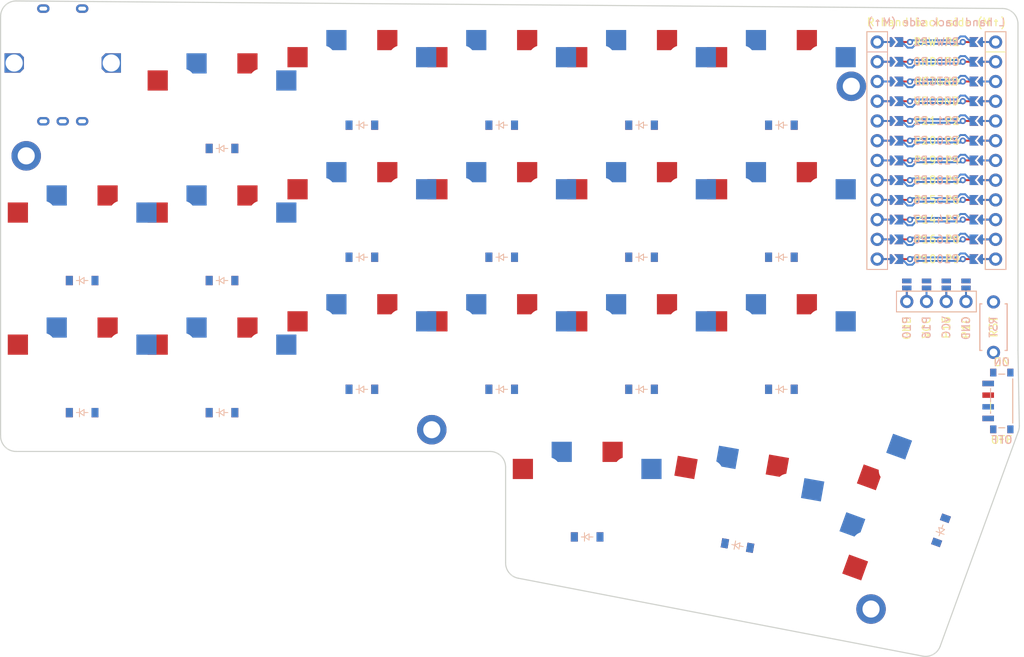
<source format=kicad_pcb>
(kicad_pcb (version 20241229) (generator "pcbnew") (generator_version "9.0")
  (title_block (title "left") (rev "v1.0.0") (company "Unknown"))
  (layers (0 "F.Cu" signal) (2 "B.Cu" signal) (13 "F.Paste" user) (15 "B.Paste" user) (5 "F.SilkS" user) (7 "B.SilkS" user) (1 "F.Mask" user) (3 "B.Mask" user) (25 "Edge.Cuts" user))
  (net 0 "")
  (net 1 "P0")
  (net 2 "outer_bottom")
  (net 3 "outer_home")
  (net 4 "P1")
  (net 5 "pinky_bottom")
  (net 6 "pinky_home")
  (net 7 "pinky_top")
  (net 8 "P2")
  (net 9 "ring_bottom")
  (net 10 "ring_home")
  (net 11 "ring_top")
  (net 12 "P3")
  (net 13 "middle_bottom")
  (net 14 "middle_home")
  (net 15 "middle_top")
  (net 16 "P4")
  (net 17 "index_bottom")
  (net 18 "index_home")
  (net 19 "index_top")
  (net 20 "P5")
  (net 21 "inner_bottom")
  (net 22 "inner_home")
  (net 23 "inner_top")
  (net 24 "inner_extra")
  (net 25 "middle_extra")
  (net 26 "outer_extra")
  (net 27 "P6")
  (net 28 "P7")
  (net 29 "P8")
  (net 30 "P9")
  (net 31 "RAW")
  (net 32 "GND")
  (net 33 "RST")
  (net 34 "VCC")
  (net 35 "P21")
  (net 36 "P20")
  (net 37 "P19")
  (net 38 "P18")
  (net 39 "P15")
  (net 40 "P14")
  (net 41 "P16")
  (net 42 "P10")
  (net 43 "MCU1_24")
  (net 44 "MCU1_1")
  (net 45 "MCU1_23")
  (net 46 "MCU1_2")
  (net 47 "MCU1_22")
  (net 48 "MCU1_3")
  (net 49 "MCU1_21")
  (net 50 "MCU1_4")
  (net 51 "MCU1_20")
  (net 52 "MCU1_5")
  (net 53 "MCU1_19")
  (net 54 "MCU1_6")
  (net 55 "MCU1_18")
  (net 56 "MCU1_7")
  (net 57 "MCU1_17")
  (net 58 "MCU1_8")
  (net 59 "MCU1_16")
  (net 60 "MCU1_9")
  (net 61 "MCU1_15")
  (net 62 "MCU1_10")
  (net 63 "MCU1_14")
  (net 64 "MCU1_11")
  (net 65 "MCU1_13")
  (net 66 "MCU1_12")
  (net 67 "DISP1_1")
  (net 68 "DISP1_2")
  (net 69 "DISP1_3")
  (net 70 "DISP1_4")
  (net 71 "BAT+")
  (footprint "ceoloide:display_ssd1306" (layer "F.Cu") (at 159.95 124)
    (property "Reference" "DISP1" (hide yes))
    (property "Value" "")
  )
  (footprint "PG1350" (layer "F.Cu") (at 86 147)
    (property "Reference" "S6" (hide yes))
    (property "Value" "" (hide yes))
  )
  (footprint "ceoloide:diode_tht_sod123" (layer "F.Cu") (at 86 118)
    (property "Reference" "D8" (hide yes))
    (property "Value" "")
  )
  (footprint "PG1350" (layer "F.Cu") (at 104 130)
    (property "Reference" "S10" (hide yes))
    (property "Value" "" (hide yes))
  )
  (footprint "ceoloide:diode_tht_sod123" (layer "F.Cu") (at 140 152)
    (property "Reference" "D15" (hide yes))
    (property "Value" "")
  )
  (footprint "ceoloide:diode_tht_sod123" (layer "F.Cu") (at 50 155)
    (property "Reference" "D1" (hide yes))
    (property "Value" "")
  )
  (footprint "PG1350" (layer "F.Cu") (at 68 116)
    (property "Reference" "S5" (hide yes))
    (property "Value" "" (hide yes))
  )
  (footprint "PG1350" (layer "F.Cu") (at 140 113)
    (property "Reference" "S17" (hide yes))
    (property "Value" "" (hide yes))
  )
  (footprint "ceoloide:mounting_hole_plated" (layer "F.Cu") (at 95 157.2)
    (property "Reference" "H2" (hide yes))
    (property "Value" "")
  )
  (footprint "ceoloide:diode_tht_sod123" (layer "F.Cu") (at 86 152)
    (property "Reference" "D6" (hide yes))
    (property "Value" "")
  )
  (footprint "ceoloide:diode_tht_sod123" (layer "F.Cu") (at 122 152)
    (property "Reference" "D12" (hide yes))
    (property "Value" "")
  )
  (footprint "PG1350" (layer "F.Cu") (at 140 130)
    (property "Reference" "S16" (hide yes))
    (property "Value" "" (hide yes))
  )
  (footprint "PG1350" (layer "F.Cu") (at 140 147)
    (property "Reference" "S15" (hide yes))
    (property "Value" "" (hide yes))
  )
  (footprint "PG1350" (layer "F.Cu") (at 104 147)
    (property "Reference" "S9" (hide yes))
    (property "Value" "" (hide yes))
  )
  (footprint "ceoloide:power_switch_smd_side" (layer "F.Cu") (at 168.35 153.5)
    (property "Reference" "PWR1" (hide yes))
    (property "Value" "")
  )
  (footprint "ceoloide:diode_tht_sod123" (layer "F.Cu") (at 104 118)
    (property "Reference" "D11" (hide yes))
    (property "Value" "")
  )
  (footprint "ceoloide:diode_tht_sod123" (layer "F.Cu") (at 68 155)
    (property "Reference" "D3" (hide yes))
    (property "Value" "")
  )
  (footprint "ceoloide:diode_tht_sod123" (layer "F.Cu") (at 104 152)
    (property "Reference" "D9" (hide yes))
    (property "Value" "")
  )
  (footprint "ceoloide:diode_tht_sod123" (layer "F.Cu") (at 86 135)
    (property "Reference" "D7" (hide yes))
    (property "Value" "")
  )
  (footprint "ceoloide:diode_tht_sod123" (layer "F.Cu") (at 160.545618 170.151728 70)
    (property "Reference" "D20" (hide yes))
    (property "Value" "")
  )
  (footprint "PG1350" (layer "F.Cu") (at 115 166)
    (property "Reference" "S18" (hide yes))
    (property "Value" "" (hide yes))
  )
  (footprint "PG1350" (layer "F.Cu") (at 155.847154 168.441627 70)
    (property "Reference" "S20" (hide yes))
    (property "Value" "" (hide yes))
  )
  (footprint "PG1350" (layer "F.Cu") (at 50 150)
    (property "Reference" "S1" (hide yes))
    (property "Value" "" (hide yes))
  )
  (footprint "PG1350" (layer "F.Cu") (at 122 147)
    (property "Reference" "S12" (hide yes))
    (property "Value" "" (hide yes))
  )
  (footprint "ceoloide:reset_switch_tht_top" (layer "F.Cu") (at 167.3 144 -90)
    (property "Reference" "RST1" (hide yes))
    (property "Value" "")
  )
  (footprint "ceoloide:mounting_hole_plated" (layer "F.Cu") (at 151.537701 180.281754 70)
    (property "Reference" "H4" (hide yes))
    (property "Value" "")
  )
  (footprint "ceoloide:mcu_nice_nano" (layer "F.Cu") (at 159.95 120)
    (property "Reference" "MCU1" (hide yes))
    (property "Value" "")
  )
  (footprint "ceoloide:diode_tht_sod123" (layer "F.Cu") (at 50 138)
    (property "Reference" "D2" (hide yes))
    (property "Value" "")
  )
  (footprint "PG1350" (layer "F.Cu") (at 50 133)
    (property "Reference" "S2" (hide yes))
    (property "Value" "" (hide yes))
  )
  (footprint "ceoloide:diode_tht_sod123" (layer "F.Cu") (at 122 135)
    (property "Reference" "D13" (hide yes))
    (property "Value" "")
  )
  (footprint "PG1350" (layer "F.Cu") (at 86 130)
    (property "Reference" "S7" (hide yes))
    (property "Value" "" (hide yes))
  )
  (footprint "ceoloide:diode_tht_sod123" (layer "F.Cu") (at 68 121)
    (property "Reference" "D5" (hide yes))
    (property "Value" "")
  )
  (footprint "ceoloide:diode_tht_sod123" (layer "F.Cu") (at 140 135)
    (property "Reference" "D16" (hide yes))
    (property "Value" "")
  )
  (footprint "PG1350" (layer "F.Cu") (at 122 113)
    (property "Reference" "S14" (hide yes))
    (property "Value" "" (hide yes))
  )
  (footprint "ceoloide:diode_tht_sod123" (layer "F.Cu") (at 122 118)
    (property "Reference" "D14" (hide yes))
    (property "Value" "")
  )
  (footprint "PG1350" (layer "F.Cu") (at 122 130)
    (property "Reference" "S13" (hide yes))
    (property "Value" "" (hide yes))
  )
  (footprint "ceoloide:rotary_encoder_ec11_ec12" (layer "F.Cu") (at 47.5 110)
    (property "Reference" "RE1" (hide yes))
    (property "Value" "")
  )
  (footprint "ceoloide:diode_tht_sod123" (layer "F.Cu") (at 115 171)
    (property "Reference" "D18" (hide yes))
    (property "Value" "")
  )
  (footprint "ceoloide:diode_tht_sod123" (layer "F.Cu") (at 68 138)
    (property "Reference" "D4" (hide yes))
    (property "Value" "")
  )
  (footprint "ceoloide:diode_tht_sod123" (layer "F.Cu") (at 140 118)
    (property "Reference" "D17" (hide yes))
    (property "Value" "")
  )
  (footprint "ceoloide:diode_tht_sod123" (layer "F.Cu") (at 104 135)
    (property "Reference" "D10" (hide yes))
    (property "Value" "")
  )
  (footprint "PG1350" (layer "F.Cu") (at 68 133)
    (property "Reference" "S4" (hide yes))
    (property "Value" "" (hide yes))
  )
  (footprint "PG1350" (layer "F.Cu") (at 104 113)
    (property "Reference" "S11" (hide yes))
    (property "Value" "" (hide yes))
  )
  (footprint "ceoloide:mounting_hole_plated" (layer "F.Cu") (at 42.8 121.95)
    (property "Reference" "H1" (hide yes))
    (property "Value" "")
  )
  (footprint "PG1350" (layer "F.Cu") (at 86 113)
    (property "Reference" "S8" (hide yes))
    (property "Value" "" (hide yes))
  )
  (footprint "PG1350" (layer "F.Cu") (at 68 150)
    (property "Reference" "S3" (hide yes))
    (property "Value" "" (hide yes))
  )
  (footprint "ceoloide:mounting_hole_plated" (layer "F.Cu") (at 149 113)
    (property "Reference" "H3" (hide yes))
    (property "Value" "")
  )
  (footprint "PG1350" (layer "F.Cu") (at 135.221069 167.188199 -10)
    (property "Reference" "S19" (hide yes))
    (property "Value" "" (hide yes))
  )
  (footprint "ceoloide:diode_tht_sod123" (layer "F.Cu") (at 134.352828 172.112238 -10)
    (property "Reference" "D19" (hide yes))
    (property "Value" "")
  )
  (gr_line (start 104.5 162) (end 104.5 174.348448) (stroke (width 0.15)) (layer "Edge.Cuts"))
  (gr_arc (start 160.440476 185.059622) (mid 159.547429 186.115449) (end 158.182837 186.339487) (stroke (width 0.15)) (layer "Edge.Cuts"))
  (gr_line (start 170.45 146.982025) (end 170.45 104.984785) (stroke (width 0.15)) (layer "Edge.Cuts"))
  (gr_arc (start 41.5 160) (mid 40.085786 159.414214) (end 39.5 158) (stroke (width 0.15)) (layer "Edge.Cuts"))
  (gr_line (start 168.465273 102.984844) (end 41.515273 102.01539) (stroke (width 0.15)) (layer "Edge.Cuts"))
  (gr_arc (start 170.450323 147.017977) (mid 170.450081 147.000002) (end 170.45 146.982025) (stroke (width 0.15)) (layer "Edge.Cuts"))
  (gr_line (start 106.121746 176.312353) (end 158.182837 186.339487) (stroke (width 0.15)) (layer "Edge.Cuts"))
  (gr_arc (start 170.624225 156.69051) (mid 170.597206 157.056041) (end 170.503933 157.410502) (stroke (width 0.15)) (layer "Edge.Cuts"))
  (gr_arc (start 102.5 160) (mid 103.914214 160.585786) (end 104.5 162) (stroke (width 0.15)) (layer "Edge.Cuts"))
  (gr_line (start 39.5 104.015331) (end 39.5 158) (stroke (width 0.15)) (layer "Edge.Cuts"))
  (gr_line (start 160.440477 185.059622) (end 170.503933 157.410502) (stroke (width 0.15)) (layer "Edge.Cuts"))
  (gr_line (start 41.5 160) (end 102.5 160) (stroke (width 0.15)) (layer "Edge.Cuts"))
  (gr_line (start 170.624225 156.69051) (end 170.450323 147.017977) (stroke (width 0.15)) (layer "Edge.Cuts"))
  (gr_arc (start 168.465273 102.984843) (mid 169.869603 103.575981) (end 170.45 104.984785) (stroke (width 0.15)) (layer "Edge.Cuts"))
  (gr_arc (start 106.121746 176.312353) (mid 104.957841 175.621926) (end 104.5 174.348448) (stroke (width 0.15)) (layer "Edge.Cuts"))
  (gr_arc (start 39.500001 104.015331) (mid 40.091197 102.595729) (end 41.515273 102.01539) (stroke (width 0.15)) (layer "Edge.Cuts"))
  (segment (start 164.725 109.84) (end 163.35 109.84) (width 0.25) (layer "F.Cu") (net 1))
  (segment (start 155.524695 109.84) (end 156.249695 110.565) (width 0.25) (layer "B.Cu") (net 1))
  (segment (start 155.175 109.84) (end 155.524695 109.84) (width 0.25) (layer "B.Cu") (net 1))
  (segment (start 156.249695 110.565) (end 156.850305 110.565) (width 0.25) (layer "B.Cu") (net 1))
  (segment (start 156.850305 110.565) (end 157.345305 110.07) (width 0.25) (layer "B.Cu") (net 1))
  (segment (start 157.345305 110.07) (end 163.12 110.07) (width 0.25) (layer "B.Cu") (net 1))
  (segment (start 164.725 107.3) (end 163.35 107.3) (width 0.25) (layer "F.Cu") (net 4))
  (segment (start 157.345305 107.53) (end 163.12 107.53) (width 0.25) (layer "B.Cu") (net 4))
  (segment (start 156.850305 108.025) (end 157.345305 107.53) (width 0.25) (layer "B.Cu") (net 4))
  (segment (start 156.249695 108.025) (end 156.850305 108.025) (width 0.25) (layer "B.Cu") (net 4))
  (segment (start 155.175 107.3) (end 155.524695 107.3) (width 0.25) (layer "B.Cu") (net 4))
  (segment (start 155.524695 107.3) (end 156.249695 108.025) (width 0.25) (layer "B.Cu") (net 4))
  (segment (start 164.725 117.46) (end 163.35 117.46) (width 0.25) (layer "F.Cu") (net 8))
  (segment (start 155.175 117.46) (end 155.524695 117.46) (width 0.25) (layer "B.Cu") (net 8))
  (segment (start 157.345305 117.69) (end 163.12 117.69) (width 0.25) (layer "B.Cu") (net 8))
  (segment (start 156.850305 118.185) (end 157.345305 117.69) (width 0.25) (layer "B.Cu") (net 8))
  (segment (start 155.524695 117.46) (end 156.249695 118.185) (width 0.25) (layer "B.Cu") (net 8))
  (segment (start 156.249695 118.185) (end 156.850305 118.185) (width 0.25) (layer "B.Cu") (net 8))
  (segment (start 164.725 120) (end 163.35 120) (width 0.25) (layer "F.Cu") (net 12))
  (segment (start 155.175 120) (end 155.524695 120) (width 0.25) (layer "B.Cu") (net 12))
  (segment (start 156.850305 120.725) (end 157.345305 120.23) (width 0.25) (layer "B.Cu") (net 12))
  (segment (start 157.345305 120.23) (end 163.12 120.23) (width 0.25) (layer "B.Cu") (net 12))
  (segment (start 156.249695 120.725) (end 156.850305 120.725) (width 0.25) (layer "B.Cu") (net 12))
  (segment (start 155.524695 120) (end 156.249695 120.725) (width 0.25) (layer "B.Cu") (net 12))
  (segment (start 164.725 122.54) (end 163.35 122.54) (width 0.25) (layer "F.Cu") (net 16))
  (segment (start 155.175 122.54) (end 155.524695 122.54) (width 0.25) (layer "B.Cu") (net 16))
  (segment (start 156.249695 123.265) (end 156.850305 123.265) (width 0.25) (layer "B.Cu") (net 16))
  (segment (start 157.345305 122.77) (end 163.12 122.77) (width 0.25) (layer "B.Cu") (net 16))
  (segment (start 155.524695 122.54) (end 156.249695 123.265) (width 0.25) (layer "B.Cu") (net 16))
  (segment (start 156.850305 123.265) (end 157.345305 122.77) (width 0.25) (layer "B.Cu") (net 16))
  (segment (start 164.725 125.08) (end 163.35 125.08) (width 0.25) (layer "F.Cu") (net 20))
  (segment (start 156.249695 125.805) (end 156.850305 125.805) (width 0.25) (layer "B.Cu") (net 20))
  (segment (start 157.345305 125.31) (end 163.12 125.31) (width 0.25) (layer "B.Cu") (net 20))
  (segment (start 155.175 125.08) (end 155.524695 125.08) (width 0.25) (layer "B.Cu") (net 20))
  (segment (start 156.850305 125.805) (end 157.345305 125.31) (width 0.25) (layer "B.Cu") (net 20))
  (segment (start 155.524695 125.08) (end 156.249695 125.805) (width 0.25) (layer "B.Cu") (net 20))
  (segment (start 164.725 127.62) (end 163.35 127.62) (width 0.25) (layer "F.Cu") (net 27))
  (segment (start 157.345305 127.85) (end 163.12 127.85) (width 0.25) (layer "B.Cu") (net 27))
  (segment (start 156.249695 128.345) (end 156.850305 128.345) (width 0.25) (layer "B.Cu") (net 27))
  (segment (start 155.524695 127.62) (end 156.249695 128.345) (width 0.25) (layer "B.Cu") (net 27))
  (segment (start 156.850305 128.345) (end 157.345305 127.85) (width 0.25) (layer "B.Cu") (net 27))
  (segment (start 155.175 127.62) (end 155.524695 127.62) (width 0.25) (layer "B.Cu") (net 27))
  (segment (start 164.725 130.16) (end 163.35 130.16) (width 0.25) (layer "F.Cu") (net 28))
  (segment (start 156.850305 130.885) (end 157.345305 130.39) (width 0.25) (layer "B.Cu") (net 28))
  (segment (start 157.345305 130.39) (end 163.12 130.39) (width 0.25) (layer "B.Cu") (net 28))
  (segment (start 155.524695 130.16) (end 156.249695 130.885) (width 0.25) (layer "B.Cu") (net 28))
  (segment (start 156.249695 130.885) (end 156.850305 130.885) (width 0.25) (layer "B.Cu") (net 28))
  (segment (start 155.175 130.16) (end 155.524695 130.16) (width 0.25) (layer "B.Cu") (net 28))
  (segment (start 164.725 132.7) (end 163.35 132.7) (width 0.25) (layer "F.Cu") (net 29))
  (segment (start 157.345305 132.93) (end 163.12 132.93) (width 0.25) (layer "B.Cu") (net 29))
  (segment (start 155.524695 132.7) (end 156.249695 133.425) (width 0.25) (layer "B.Cu") (net 29))
  (segment (start 156.249695 133.425) (end 156.850305 133.425) (width 0.25) (layer "B.Cu") (net 29))
  (segment (start 155.175 132.7) (end 155.524695 132.7) (width 0.25) (layer "B.Cu") (net 29))
  (segment (start 156.850305 133.425) (end 157.345305 132.93) (width 0.25) (layer "B.Cu") (net 29))
  (segment (start 164.725 135.24) (end 163.35 135.24) (width 0.25) (layer "F.Cu") (net 30))
  (segment (start 157.345305 135.47) (end 163.12 135.47) (width 0.25) (layer "B.Cu") (net 30))
  (segment (start 155.175 135.24) (end 155.524695 135.24) (width 0.25) (layer "B.Cu") (net 30))
  (segment (start 156.850305 135.965) (end 157.345305 135.47) (width 0.25) (layer "B.Cu") (net 30))
  (segment (start 156.249695 135.965) (end 156.850305 135.965) (width 0.25) (layer "B.Cu") (net 30))
  (segment (start 155.524695 135.24) (end 156.249695 135.965) (width 0.25) (layer "B.Cu") (net 30))
  (segment (start 155.175 107.3) (end 156.55 107.3) (width 0.25) (layer "F.Cu") (net 31))
  (segment (start 164.725 107.3) (end 164.375305 107.3) (width 0.25) (layer "B.Cu") (net 31))
  (segment (start 163.049695 106.575) (end 162.544695 107.08) (width 0.25) (layer "B.Cu") (net 31))
  (segment (start 163.650305 106.575) (end 163.049695 106.575) (width 0.25) (layer "B.Cu") (net 31))
  (segment (start 164.375305 107.3) (end 163.650305 106.575) (width 0.25) (layer "B.Cu") (net 31))
  (segment (start 162.544695 107.08) (end 156.77 107.08) (width 0.25) (layer "B.Cu") (net 31))
  (segment (start 155.175 109.84) (end 156.55 109.84) (width 0.25) (layer "F.Cu") (net 32))
  (segment (start 164.725 114.92) (end 163.35 114.92) (width 0.25) (layer "F.Cu") (net 32))
  (segment (start 164.725 112.38) (end 163.35 112.38) (width 0.25) (layer "F.Cu") (net 32))
  (segment (start 155.524695 112.38) (end 156.249695 113.105) (width 0.25) (layer "B.Cu") (net 32))
  (segment (start 163.049695 109.115) (end 162.544695 109.62) (width 0.25) (layer "B.Cu") (net 32))
  (segment (start 163.650305 109.115) (end 163.049695 109.115) (width 0.25) (layer "B.Cu") (net 32))
  (segment (start 164.375305 109.84) (end 163.650305 109.115) (width 0.25) (layer "B.Cu") (net 32))
  (segment (start 156.249695 113.105) (end 156.850305 113.105) (width 0.25) (layer "B.Cu") (net 32))
  (segment (start 156.850305 115.645) (end 157.345305 115.15) (width 0.25) (layer "B.Cu") (net 32))
  (segment (start 164.725 109.84) (end 164.375305 109.84) (width 0.25) (layer "B.Cu") (net 32))
  (segment (start 156.850305 113.105) (end 157.345305 112.61) (width 0.25) (layer "B.Cu") (net 32))
  (segment (start 162.544695 109.62) (end 156.77 109.62) (width 0.25) (layer "B.Cu") (net 32))
  (segment (start 155.175 112.38) (end 155.524695 112.38) (width 0.25) (layer "B.Cu") (net 32))
  (segment (start 156.249695 115.645) (end 156.850305 115.645) (width 0.25) (layer "B.Cu") (net 32))
  (segment (start 155.175 114.92) (end 155.524695 114.92) (width 0.25) (layer "B.Cu") (net 32))
  (segment (start 157.345305 115.15) (end 163.12 115.15) (width 0.25) (layer "B.Cu") (net 32))
  (segment (start 155.524695 114.92) (end 156.249695 115.645) (width 0.25) (layer "B.Cu") (net 32))
  (segment (start 157.345305 112.61) (end 163.12 112.61) (width 0.25) (layer "B.Cu") (net 32))
  (segment (start 155.175 112.38) (end 156.55 112.38) (width 0.25) (layer "F.Cu") (net 33))
  (segment (start 164.375305 112.38) (end 163.650305 111.655) (width 0.25) (layer "B.Cu") (net 33))
  (segment (start 162.544695 112.16) (end 156.77 112.16) (width 0.25) (layer "B.Cu") (net 33))
  (segment (start 164.725 112.38) (end 164.375305 112.38) (width 0.25) (layer "B.Cu") (net 33))
  (segment (start 163.049695 111.655) (end 162.544695 112.16) (width 0.25) (layer "B.Cu") (net 33))
  (segment (start 163.650305 111.655) (end 163.049695 111.655) (width 0.25) (layer "B.Cu") (net 33))
  (segment (start 155.175 114.92) (end 156.55 114.92) (width 0.25) (layer "F.Cu") (net 34))
  (segment (start 163.049695 114.195) (end 162.544695 114.7) (width 0.25) (layer "B.Cu") (net 34))
  (segment (start 162.544695 114.7) (end 156.77 114.7) (width 0.25) (layer "B.Cu") (net 34))
  (segment (start 164.725 114.92) (end 164.375305 114.92) (width 0.25) (layer "B.Cu") (net 34))
  (segment (start 164.375305 114.92) (end 163.650305 114.195) (width 0.25) (layer "B.Cu") (net 34))
  (segment (start 163.650305 114.195) (end 163.049695 114.195) (width 0.25) (layer "B.Cu") (net 34))
  (segment (start 155.175 117.46) (end 156.55 117.46) (width 0.25) (layer "F.Cu") (net 35))
  (segment (start 163.049695 116.735) (end 162.544695 117.24) (width 0.25) (layer "B.Cu") (net 35))
  (segment (start 162.544695 117.24) (end 156.77 117.24) (width 0.25) (layer "B.Cu") (net 35))
  (segment (start 163.650305 116.735) (end 163.049695 116.735) (width 0.25) (layer "B.Cu") (net 35))
  (segment (start 164.725 117.46) (end 164.375305 117.46) (width 0.25) (layer "B.Cu") (net 35))
  (segment (start 164.375305 117.46) (end 163.650305 116.735) (width 0.25) (layer "B.Cu") (net 35))
  (segment (start 155.175 120) (end 156.55 120) (width 0.25) (layer "F.Cu") (net 36))
  (segment (start 163.650305 119.275) (end 163.049695 119.275) (width 0.25) (layer "B.Cu") (net 36))
  (segment (start 164.375305 120) (end 163.650305 119.275) (width 0.25) (layer "B.Cu") (net 36))
  (segment (start 163.049695 119.275) (end 162.544695 119.78) (width 0.25) (layer "B.Cu") (net 36))
  (segment (start 162.544695 119.78) (end 156.77 119.78) (width 0.25) (layer "B.Cu") (net 36))
  (segment (start 164.725 120) (end 164.375305 120) (width 0.25) (layer "B.Cu") (net 36))
  (segment (start 155.175 122.54) (end 156.55 122.54) (width 0.25) (layer "F.Cu") (net 37))
  (segment (start 164.375305 122.54) (end 163.650305 121.815) (width 0.25) (layer "B.Cu") (net 37))
  (segment (start 163.650305 121.815) (end 163.049695 121.815) (width 0.25) (layer "B.Cu") (net 37))
  (segment (start 164.725 122.54) (end 164.375305 122.54) (width 0.25) (layer "B.Cu") (net 37))
  (segment (start 162.544695 122.32) (end 156.77 122.32) (width 0.25) (layer "B.Cu") (net 37))
  (segment (start 163.049695 121.815) (end 162.544695 122.32) (width 0.25) (layer "B.Cu") (net 37))
  (segment (start 155.175 125.08) (end 156.55 125.08) (width 0.25) (layer "F.Cu") (net 38))
  (segment (start 163.049695 124.355) (end 162.544695 124.86) (width 0.25) (layer "B.Cu") (net 38))
  (segment (start 164.375305 125.08) (end 163.650305 124.355) (width 0.25) (layer "B.Cu") (net 38))
  (segment (start 162.544695 124.86) (end 156.77 124.86) (width 0.25) (layer "B.Cu") (net 38))
  (segment (start 164.725 125.08) (end 164.375305 125.08) (width 0.25) (layer "B.Cu") (net 38))
  (segment (start 163.650305 124.355) (end 163.049695 124.355) (width 0.25) (layer "B.Cu") (net 38))
  (segment (start 155.175 127.62) (end 156.55 127.62) (width 0.25) (layer "F.Cu") (net 39))
  (segment (start 163.049695 126.895) (end 162.544695 127.4) (width 0.25) (layer "B.Cu") (net 39))
  (segment (start 163.650305 126.895) (end 163.049695 126.895) (width 0.25) (layer "B.Cu") (net 39))
  (segment (start 162.544695 127.4) (end 156.77 127.4) (width 0.25) (layer "B.Cu") (net 39))
  (segment (start 164.375305 127.62) (end 163.650305 126.895) (width 0.25) (layer "B.Cu") (net 39))
  (segment (start 164.725 127.62) (end 164.375305 127.62) (width 0.25) (layer "B.Cu") (net 39))
  (segment (start 155.175 130.16) (end 156.55 130.16) (width 0.25) (layer "F.Cu") (net 40))
  (segment (start 162.544695 129.94) (end 156.77 129.94) (width 0.25) (layer "B.Cu") (net 40))
  (segment (start 164.725 130.16) (end 164.375305 130.16) (width 0.25) (layer "B.Cu") (net 40))
  (segment (start 164.375305 130.16) (end 163.650305 129.435) (width 0.25) (layer "B.Cu") (net 40))
  (segment (start 163.049695 129.435) (end 162.544695 129.94) (width 0.25) (layer "B.Cu") (net 40))
  (segment (start 163.650305 129.435) (end 163.049695 129.435) (width 0.25) (layer "B.Cu") (net 40))
  (segment (start 155.175 132.7) (end 156.55 132.7) (width 0.25) (layer "F.Cu") (net 41))
  (segment (start 164.375305 132.7) (end 163.650305 131.975) (width 0.25) (layer "B.Cu") (net 41))
  (segment (start 163.650305 131.975) (end 163.049695 131.975) (width 0.25) (layer "B.Cu") (net 41))
  (segment (start 162.544695 132.48) (end 156.77 132.48) (width 0.25) (layer "B.Cu") (net 41))
  (segment (start 163.049695 131.975) (end 162.544695 132.48) (width 0.25) (layer "B.Cu") (net 41))
  (segment (start 164.725 132.7) (end 164.375305 132.7) (width 0.25) (layer "B.Cu") (net 41))
  (segment (start 155.175 135.24) (end 156.55 135.24) (width 0.25) (layer "F.Cu") (net 42))
  (segment (start 163.650305 134.515) (end 163.049695 134.515) (width 0.25) (layer "B.Cu") (net 42))
  (segment (start 163.049695 134.515) (end 162.544695 135.02) (width 0.25) (layer "B.Cu") (net 42))
  (segment (start 164.725 135.24) (end 164.375305 135.24) (width 0.25) (layer "B.Cu") (net 42))
  (segment (start 162.544695 135.02) (end 156.77 135.02) (width 0.25) (layer "B.Cu") (net 42))
  (segment (start 164.375305 135.24) (end 163.650305 134.515) (width 0.25) (layer "B.Cu") (net 42))
  (segment (start 152.33 107.3) (end 154.45 107.3) (width 0.25) (layer "F.Cu") (net 43))
  (segment (start 152.33 107.3) (end 154.45 107.3) (width 0.25) (layer "B.Cu") (net 43))
  (segment (start 165.45 107.3) (end 167.57 107.3) (width 0.25) (layer "F.Cu") (net 44))
  (segment (start 167.57 107.3) (end 165.45 107.3) (width 0.25) (layer "B.Cu") (net 44))
  (segment (start 152.33 109.84) (end 154.45 109.84) (width 0.25) (layer "F.Cu") (net 45))
  (segment (start 152.33 109.84) (end 154.45 109.84) (width 0.25) (layer "B.Cu") (net 45))
  (segment (start 165.45 109.84) (end 167.57 109.84) (width 0.25) (layer "F.Cu") (net 46))
  (segment (start 167.57 109.84) (end 165.45 109.84) (width 0.25) (layer "B.Cu") (net 46))
  (segment (start 152.33 112.38) (end 154.45 112.38) (width 0.25) (layer "F.Cu") (net 47))
  (segment (start 152.33 112.38) (end 154.45 112.38) (width 0.25) (layer "B.Cu") (net 47))
  (segment (start 165.45 112.38) (end 167.57 112.38) (width 0.25) (layer "F.Cu") (net 48))
  (segment (start 167.57 112.38) (end 165.45 112.38) (width 0.25) (layer "B.Cu") (net 48))
  (segment (start 152.33 114.92) (end 154.45 114.92) (width 0.25) (layer "F.Cu") (net 49))
  (segment (start 152.33 114.92) (end 154.45 114.92) (width 0.25) (layer "B.Cu") (net 49))
  (segment (start 165.45 114.92) (end 167.57 114.92) (width 0.25) (layer "F.Cu") (net 50))
  (segment (start 167.57 114.92) (end 165.45 114.92) (width 0.25) (layer "B.Cu") (net 50))
  (segment (start 152.33 117.46) (end 154.45 117.46) (width 0.25) (layer "F.Cu") (net 51))
  (segment (start 152.33 117.46) (end 154.45 117.46) (width 0.25) (layer "B.Cu") (net 51))
  (segment (start 165.45 117.46) (end 167.57 117.46) (width 0.25) (layer "F.Cu") (net 52))
  (segment (start 167.57 117.46) (end 165.45 117.46) (width 0.25) (layer "B.Cu") (net 52))
  (segment (start 152.33 120) (end 154.45 120) (width 0.25) (layer "F.Cu") (net 53))
  (segment (start 152.33 120) (end 154.45 120) (width 0.25) (layer "B.Cu") (net 53))
  (segment (start 165.45 120) (end 167.57 120) (width 0.25) (layer "F.Cu") (net 54))
  (segment (start 167.57 120) (end 165.45 120) (width 0.25) (layer "B.Cu") (net 54))
  (segment (start 152.33 122.54) (end 154.45 122.54) (width 0.25) (layer "F.Cu") (net 55))
  (segment (start 152.33 122.54) (end 154.45 122.54) (width 0.25) (layer "B.Cu") (net 55))
  (segment (start 165.45 122.54) (end 167.57 122.54) (width 0.25) (layer "F.Cu") (net 56))
  (segment (start 167.57 122.54) (end 165.45 122.54) (width 0.25) (layer "B.Cu") (net 56))
  (segment (start 152.33 125.08) (end 154.45 125.08) (width 0.25) (layer "F.Cu") (net 57))
  (segment (start 152.33 125.08) (end 154.45 125.08) (width 0.25) (layer "B.Cu") (net 57))
  (segment (start 165.45 125.08) (end 167.57 125.08) (width 0.25) (layer "F.Cu") (net 58))
  (segment (start 167.57 125.08) (end 165.45 125.08) (width 0.25) (layer "B.Cu") (net 58))
  (segment (start 152.33 127.62) (end 154.45 127.62) (width 0.25) (layer "F.Cu") (net 59))
  (segment (start 152.33 127.62) (end 154.45 127.62) (width 0.25) (layer "B.Cu") (net 59))
  (segment (start 165.45 127.62) (end 167.57 127.62) (width 0.25) (layer "F.Cu") (net 60))
  (segment (start 167.57 127.62) (end 165.45 127.62) (width 0.25) (layer "B.Cu") (net 60))
  (segment (start 152.33 130.16) (end 154.45 130.16) (width 0.25) (layer "F.Cu") (net 61))
  (segment (start 152.33 130.16) (end 154.45 130.16) (width 0.25) (layer "B.Cu") (net 61))
  (segment (start 165.45 130.16) (end 167.57 130.16) (width 0.25) (layer "F.Cu") (net 62))
  (segment (start 167.57 130.16) (end 165.45 130.16) (width 0.25) (layer "B.Cu") (net 62))
  (segment (start 152.33 132.7) (end 154.45 132.7) (width 0.25) (layer "F.Cu") (net 63))
  (segment (start 152.33 132.7) (end 154.45 132.7) (width 0.25) (layer "B.Cu") (net 63))
  (segment (start 165.45 132.7) (end 167.57 132.7) (width 0.25) (layer "F.Cu") (net 64))
  (segment (start 167.57 132.7) (end 165.45 132.7) (width 0.25) (layer "B.Cu") (net 64))
  (segment (start 152.33 135.24) (end 154.45 135.24) (width 0.25) (layer "F.Cu") (net 65))
  (segment (start 152.33 135.24) (end 154.45 135.24) (width 0.25) (layer "B.Cu") (net 65))
  (segment (start 165.45 135.24) (end 167.57 135.24) (width 0.25) (layer "F.Cu") (net 66))
  (segment (start 167.57 135.24) (end 165.45 135.24) (width 0.25) (layer "B.Cu") (net 66))
  (segment (start 156.14 140.7) (end 156.14 138.95) (width 0.25) (layer "F.Cu") (net 67))
  (segment (start 156.14 140.7) (end 156.14 138.95) (width 0.25) (layer "B.Cu") (net 67))
  (segment (start 158.68 140.7) (end 158.68 138.95) (width 0.25) (layer "F.Cu") (net 68))
  (segment (start 158.68 140.7) (end 158.68 138.95) (width 0.25) (layer "B.Cu") (net 68))
  (segment (start 161.22 140.7) (end 161.22 138.95) (width 0.25) (layer "F.Cu") (net 69))
  (segment (start 161.22 140.7) (end 161.22 138.95) (width 0.25) (layer "B.Cu") (net 69))
  (segment (start 163.76 140.7) (end 163.76 138.95) (width 0.25) (layer "F.Cu") (net 70))
  (segment (start 163.76 140.7) (end 163.76 138.95) (width 0.25) (layer "B.Cu") (net 70))
)
</source>
